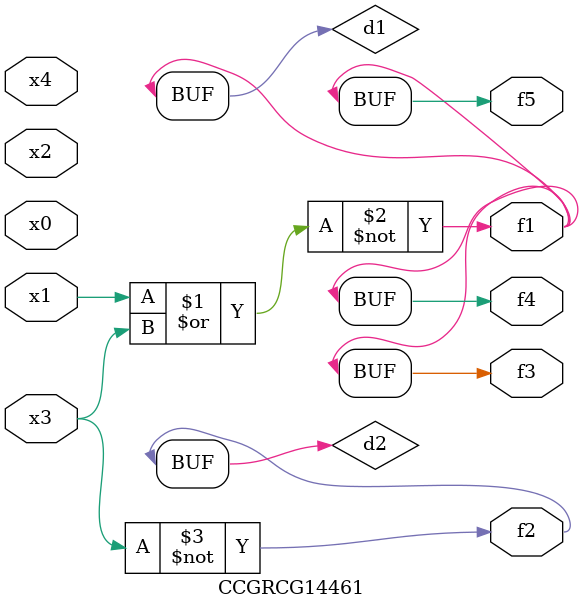
<source format=v>
module CCGRCG14461(
	input x0, x1, x2, x3, x4,
	output f1, f2, f3, f4, f5
);

	wire d1, d2;

	nor (d1, x1, x3);
	not (d2, x3);
	assign f1 = d1;
	assign f2 = d2;
	assign f3 = d1;
	assign f4 = d1;
	assign f5 = d1;
endmodule

</source>
